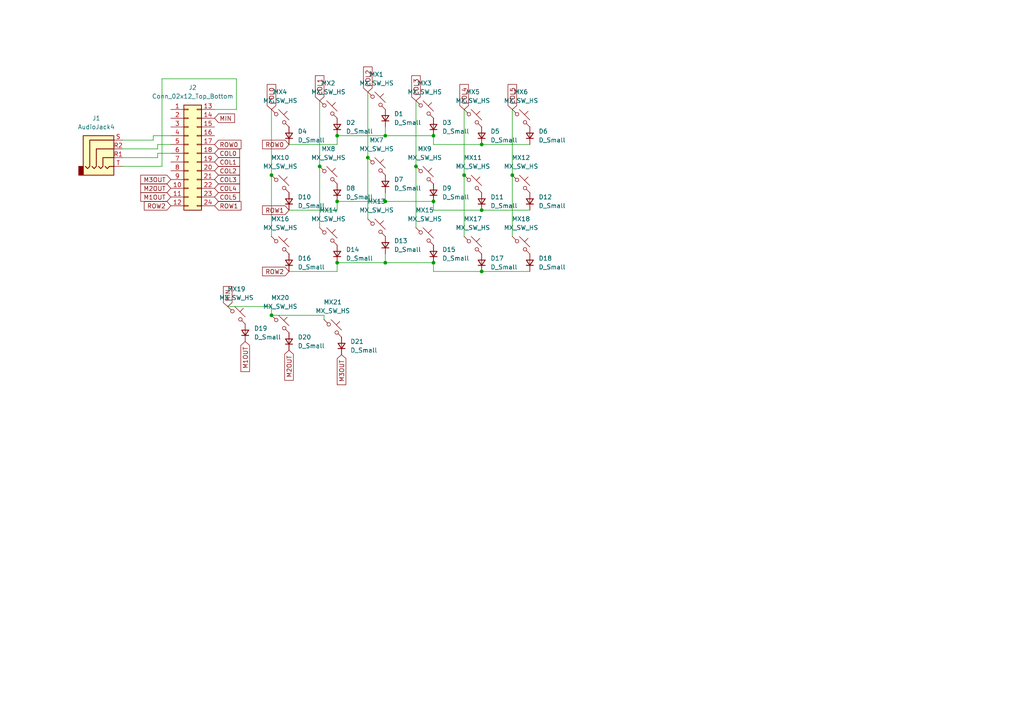
<source format=kicad_sch>
(kicad_sch (version 20231120) (generator "eeschema") (generator_version "8.0")
  (paper "A4")
  (lib_symbols
    (symbol "Connector_Audio:AudioJack4"
      (property "Reference" "J" (at 0 8.89 0))
      (property "Value" "AudioJack4" (at 0 6.35 0))
      (symbol "AudioJack4_0_1"
        (rectangle (start -6.35 -5.08) (end -7.62 -7.62) (stroke (width 0.254)) (fill (type outline)))
        (polyline (pts (xy 0 -5.08) (xy 0.635 -5.715) (xy 1.27 -5.08) (xy 2.54 -5.08)) (stroke (width 0.254)))
        (polyline (pts (xy -5.715 -5.08) (xy -5.08 -5.715) (xy -4.445 -5.08) (xy -4.445 2.54) (xy 2.54 2.54)) (stroke (width 0.254)))
        (polyline (pts (xy -1.905 -5.08) (xy -1.27 -5.715) (xy -0.635 -5.08) (xy -0.635 -2.54) (xy 2.54 -2.54)) (stroke (width 0.254)))
        (polyline (pts (xy 2.54 0) (xy -2.54 0) (xy -2.54 -5.08) (xy -3.175 -5.715) (xy -3.81 -5.08)) (stroke (width 0.254)))
        (rectangle (start 2.54 3.81) (end -6.35 -7.62) (stroke (width 0.254)) (fill (type background)))
      )
      (symbol "AudioJack4_1_1"
        (pin passive line (at 5.08 -2.54 180) (length 2.54) (name "~") (number "R1"))
        (pin passive line (at 5.08 0 180) (length 2.54) (name "~") (number "R2"))
        (pin passive line (at 5.08 2.54 180) (length 2.54) (name "~") (number "S"))
        (pin passive line (at 5.08 -5.08 180) (length 2.54) (name "~") (number "T"))
      )
    )
    (symbol "Connector_Generic:Conn_02x12_Top_Bottom" (pin_names (offset 1.016) hide)
      (property "Reference" "J" (at 1.27 15.24 0))
      (property "Value" "Conn_02x12_Top_Bottom" (at 1.27 -17.78 0))
      (symbol "Conn_02x12_Top_Bottom_1_1"
        (rectangle (start -1.27 -15.113) (end 0 -15.367) (stroke (width 0.1524)))
        (rectangle (start -1.27 -12.573) (end 0 -12.827) (stroke (width 0.1524)))
        (rectangle (start -1.27 -10.033) (end 0 -10.287) (stroke (width 0.1524)))
        (rectangle (start -1.27 -7.493) (end 0 -7.747) (stroke (width 0.1524)))
        (rectangle (start -1.27 -4.953) (end 0 -5.207) (stroke (width 0.1524)))
        (rectangle (start -1.27 -2.413) (end 0 -2.667) (stroke (width 0.1524)))
        (rectangle (start -1.27 0.127) (end 0 -0.127) (stroke (width 0.1524)))
        (rectangle (start -1.27 2.667) (end 0 2.413) (stroke (width 0.1524)))
        (rectangle (start -1.27 5.207) (end 0 4.953) (stroke (width 0.1524)))
        (rectangle (start -1.27 7.747) (end 0 7.493) (stroke (width 0.1524)))
        (rectangle (start -1.27 10.287) (end 0 10.033) (stroke (width 0.1524)))
        (rectangle (start -1.27 12.827) (end 0 12.573) (stroke (width 0.1524)))
        (rectangle (start -1.27 13.97) (end 3.81 -16.51) (stroke (width 0.254)) (fill (type background)))
        (rectangle (start 3.81 -15.113) (end 2.54 -15.367) (stroke (width 0.1524)))
        (rectangle (start 3.81 -12.573) (end 2.54 -12.827) (stroke (width 0.1524)))
        (rectangle (start 3.81 -10.033) (end 2.54 -10.287) (stroke (width 0.1524)))
        (rectangle (start 3.81 -7.493) (end 2.54 -7.747) (stroke (width 0.1524)))
        (rectangle (start 3.81 -4.953) (end 2.54 -5.207) (stroke (width 0.1524)))
        (rectangle (start 3.81 -2.413) (end 2.54 -2.667) (stroke (width 0.1524)))
        (rectangle (start 3.81 0.127) (end 2.54 -0.127) (stroke (width 0.1524)))
        (rectangle (start 3.81 2.667) (end 2.54 2.413) (stroke (width 0.1524)))
        (rectangle (start 3.81 5.207) (end 2.54 4.953) (stroke (width 0.1524)))
        (rectangle (start 3.81 7.747) (end 2.54 7.493) (stroke (width 0.1524)))
        (rectangle (start 3.81 10.287) (end 2.54 10.033) (stroke (width 0.1524)))
        (rectangle (start 3.81 12.827) (end 2.54 12.573) (stroke (width 0.1524)))
        (pin passive line (at -5.08 12.7 0) (length 3.81) (name "Pin_1") (number "1"))
        (pin passive line (at -5.08 -10.16 0) (length 3.81) (name "Pin_10") (number "10"))
        (pin passive line (at -5.08 -12.7 0) (length 3.81) (name "Pin_11") (number "11"))
        (pin passive line (at -5.08 -15.24 0) (length 3.81) (name "Pin_12") (number "12"))
        (pin passive line (at 7.62 12.7 180) (length 3.81) (name "Pin_13") (number "13"))
        (pin passive line (at 7.62 10.16 180) (length 3.81) (name "Pin_14") (number "14"))
        (pin passive line (at 7.62 7.62 180) (length 3.81) (name "Pin_15") (number "15"))
        (pin passive line (at 7.62 5.08 180) (length 3.81) (name "Pin_16") (number "16"))
        (pin passive line (at 7.62 2.54 180) (length 3.81) (name "Pin_17") (number "17"))
        (pin passive line (at 7.62 0 180) (length 3.81) (name "Pin_18") (number "18"))
        (pin passive line (at 7.62 -2.54 180) (length 3.81) (name "Pin_19") (number "19"))
        (pin passive line (at -5.08 10.16 0) (length 3.81) (name "Pin_2") (number "2"))
        (pin passive line (at 7.62 -5.08 180) (length 3.81) (name "Pin_20") (number "20"))
        (pin passive line (at 7.62 -7.62 180) (length 3.81) (name "Pin_21") (number "21"))
        (pin passive line (at 7.62 -10.16 180) (length 3.81) (name "Pin_22") (number "22"))
        (pin passive line (at 7.62 -12.7 180) (length 3.81) (name "Pin_23") (number "23"))
        (pin passive line (at 7.62 -15.24 180) (length 3.81) (name "Pin_24") (number "24"))
        (pin passive line (at -5.08 7.62 0) (length 3.81) (name "Pin_3") (number "3"))
        (pin passive line (at -5.08 5.08 0) (length 3.81) (name "Pin_4") (number "4"))
        (pin passive line (at -5.08 2.54 0) (length 3.81) (name "Pin_5") (number "5"))
        (pin passive line (at -5.08 0 0) (length 3.81) (name "Pin_6") (number "6"))
        (pin passive line (at -5.08 -2.54 0) (length 3.81) (name "Pin_7") (number "7"))
        (pin passive line (at -5.08 -5.08 0) (length 3.81) (name "Pin_8") (number "8"))
        (pin passive line (at -5.08 -7.62 0) (length 3.81) (name "Pin_9") (number "9"))
      )
    )
    (symbol "Device:D_Small" (pin_numbers hide) (pin_names (offset 0.254) hide)
      (property "Reference" "D" (at -1.27 2.032 0))
      (property "Value" "D_Small" (at -3.81 -2.032 0))
      (symbol "D_Small_0_1"
        (polyline (pts (xy -0.762 -1.016) (xy -0.762 1.016)) (stroke (width 0.254)))
        (polyline (pts (xy -0.762 0) (xy 0.762 0)))
        (polyline (pts (xy 0.762 -1.016) (xy -0.762 0) (xy 0.762 1.016) (xy 0.762 -1.016)) (stroke (width 0.254)))
      )
      (symbol "D_Small_1_1"
        (pin passive line (at -2.54 0 0) (length 1.778) (name "K") (number "1"))
        (pin passive line (at 2.54 0 180) (length 1.778) (name "A") (number "2"))
      )
    )
    (symbol "PCM_marbastlib-mx:MX_SW_HS_CPG151101S11" (pin_numbers hide) (pin_names (offset 1.016) hide)
      (property "Reference" "MX" (at 3.048 1.016 0))
      (property "Value" "MX_SW_HS" (at 0 -3.81 0))
      (symbol "MX_SW_HS_CPG151101S11_0_1"
        (circle (center -1.1684 1.1684) (radius 0.508))
        (polyline (pts (xy -0.508 2.54) (xy 2.54 -0.508)))
        (polyline (pts (xy 1.016 1.016) (xy 2.032 2.032)))
        (polyline (pts (xy -2.54 2.54) (xy -1.524 1.524) (xy -1.524 1.524)))
        (polyline (pts (xy 1.524 -1.524) (xy 2.54 -2.54) (xy 2.54 -2.54) (xy 2.54 -2.54)))
        (circle (center 1.143 -1.1938) (radius 0.508))
        (pin passive line (at -2.54 2.54 0) (length 0) (name "1") (number "1"))
        (pin passive line (at 2.54 -2.54 180) (length 0) (name "2") (number "2"))
      )
    )
  )
  (junction (at 139.7 60.96))
  (junction (at 97.79 39.37))
  (junction (at 134.62 50.8))
  (junction (at 125.73 58.42))
  (junction (at 139.7 78.74))
  (junction (at 78.74 91.44))
  (junction (at 111.76 39.37))
  (junction (at 97.79 58.42))
  (junction (at 92.71 48.26))
  (junction (at 78.74 50.8))
  (junction (at 139.7 41.91))
  (junction (at 125.73 76.2))
  (junction (at 106.68 45.72))
  (junction (at 148.59 50.8))
  (junction (at 97.79 76.2))
  (junction (at 111.76 58.42))
  (junction (at 125.73 39.37))
  (junction (at 120.65 48.26))
  (junction (at 111.76 76.2))
  (wire (pts (xy 45.72 43.18) (xy 45.72 41.91)))
  (wire (pts (xy 78.74 88.9) (xy 78.74 91.44)))
  (wire (pts (xy 125.73 78.74) (xy 125.73 76.2)))
  (wire (pts (xy 35.56 43.18) (xy 45.72 43.18)))
  (wire (pts (xy 97.79 41.91) (xy 83.82 41.91)))
  (wire (pts (xy 45.72 44.45) (xy 49.53 44.45)))
  (wire (pts (xy 111.76 76.2) (xy 125.73 76.2)))
  (wire (pts (xy 44.45 40.64) (xy 44.45 39.37)))
  (wire (pts (xy 35.56 45.72) (xy 45.72 45.72)))
  (wire (pts (xy 148.59 31.75) (xy 148.59 50.8)))
  (wire (pts (xy 44.45 39.37) (xy 49.53 39.37)))
  (wire (pts (xy 97.79 39.37) (xy 111.76 39.37)))
  (wire (pts (xy 139.7 41.91) (xy 125.73 41.91)))
  (wire (pts (xy 125.73 60.96) (xy 125.73 58.42)))
  (wire (pts (xy 92.71 29.21) (xy 92.71 48.26)))
  (wire (pts (xy 92.71 48.26) (xy 92.71 66.04)))
  (wire (pts (xy 66.04 88.9) (xy 78.74 88.9)))
  (wire (pts (xy 125.73 41.91) (xy 125.73 39.37)))
  (wire (pts (xy 139.7 78.74) (xy 153.67 78.74)))
  (wire (pts (xy 97.79 39.37) (xy 97.79 41.91)))
  (wire (pts (xy 97.79 76.2) (xy 97.79 78.74)))
  (wire (pts (xy 139.7 60.96) (xy 125.73 60.96)))
  (wire (pts (xy 35.56 40.64) (xy 44.45 40.64)))
  (wire (pts (xy 35.56 48.26) (xy 46.99 48.26)))
  (wire (pts (xy 46.99 22.86) (xy 68.58 22.86)))
  (wire (pts (xy 139.7 41.91) (xy 153.67 41.91)))
  (wire (pts (xy 97.79 78.74) (xy 83.82 78.74)))
  (wire (pts (xy 106.68 45.72) (xy 106.68 63.5)))
  (wire (pts (xy 46.99 48.26) (xy 46.99 22.86)))
  (wire (pts (xy 78.74 31.75) (xy 78.74 50.8)))
  (wire (pts (xy 106.68 26.67) (xy 106.68 45.72)))
  (wire (pts (xy 139.7 60.96) (xy 153.67 60.96)))
  (wire (pts (xy 78.74 91.44) (xy 93.98 91.44)))
  (wire (pts (xy 78.74 50.8) (xy 78.74 68.58)))
  (wire (pts (xy 93.98 91.44) (xy 93.98 92.71)))
  (wire (pts (xy 134.62 31.75) (xy 134.62 50.8)))
  (wire (pts (xy 111.76 76.2) (xy 97.79 76.2)))
  (wire (pts (xy 111.76 73.66) (xy 111.76 76.2)))
  (wire (pts (xy 125.73 39.37) (xy 111.76 39.37)))
  (wire (pts (xy 139.7 78.74) (xy 125.73 78.74)))
  (wire (pts (xy 134.62 50.8) (xy 134.62 68.58)))
  (wire (pts (xy 125.73 58.42) (xy 111.76 58.42)))
  (wire (pts (xy 83.82 60.96) (xy 97.79 60.96)))
  (wire (pts (xy 97.79 58.42) (xy 97.79 60.96)))
  (wire (pts (xy 68.58 31.75) (xy 62.23 31.75)))
  (wire (pts (xy 45.72 41.91) (xy 49.53 41.91)))
  (wire (pts (xy 148.59 50.8) (xy 148.59 68.58)))
  (wire (pts (xy 97.79 58.42) (xy 111.76 58.42)))
  (wire (pts (xy 120.65 48.26) (xy 120.65 66.04)))
  (wire (pts (xy 120.65 29.21) (xy 120.65 48.26)))
  (wire (pts (xy 45.72 45.72) (xy 45.72 44.45)))
  (wire (pts (xy 68.58 22.86) (xy 68.58 31.75)))
  (wire (pts (xy 111.76 39.37) (xy 111.76 36.83)))
  (wire (pts (xy 111.76 58.42) (xy 111.76 55.88)))
  (global_label "ROW1" (shape input) (at 83.82 60.96 180) (property "Intersheetrefs" "${INTERSHEET_REFS}" (effects (hide yes))))
  (global_label "COL3" (shape input) (at 62.23 52.07 0) (property "Intersheetrefs" "${INTERSHEET_REFS}" (effects (hide yes))))
  (global_label "COL1" (shape input) (at 92.71 29.21 90) (property "Intersheetrefs" "${INTERSHEET_REFS}" (effects (hide yes))))
  (global_label "M2OUT" (shape input) (at 49.53 54.61 180) (property "Intersheetrefs" "${INTERSHEET_REFS}" (effects (hide yes))))
  (global_label "MIN" (shape input) (at 62.23 34.29 0) (property "Intersheetrefs" "${INTERSHEET_REFS}" (effects (hide yes))))
  (global_label "M2OUT" (shape input) (at 83.82 101.6 270) (property "Intersheetrefs" "${INTERSHEET_REFS}" (effects (hide yes))))
  (global_label "COL5" (shape input) (at 148.59 31.75 90) (property "Intersheetrefs" "${INTERSHEET_REFS}" (effects (hide yes))))
  (global_label "ROW0" (shape input) (at 62.23 41.91 0) (property "Intersheetrefs" "${INTERSHEET_REFS}" (effects (hide yes))))
  (global_label "MIN" (shape input) (at 66.04 88.9 90) (property "Intersheetrefs" "${INTERSHEET_REFS}" (effects (hide yes))))
  (global_label "COL5" (shape input) (at 62.23 57.15 0) (property "Intersheetrefs" "${INTERSHEET_REFS}" (effects (hide yes))))
  (global_label "COL0" (shape input) (at 78.74 31.75 90) (property "Intersheetrefs" "${INTERSHEET_REFS}" (effects (hide yes))))
  (global_label "M3OUT" (shape input) (at 99.06 102.87 270) (property "Intersheetrefs" "${INTERSHEET_REFS}" (effects (hide yes))))
  (global_label "ROW1" (shape input) (at 62.23 59.69 0) (property "Intersheetrefs" "${INTERSHEET_REFS}" (effects (hide yes))))
  (global_label "M3OUT" (shape input) (at 49.53 52.07 180) (property "Intersheetrefs" "${INTERSHEET_REFS}" (effects (hide yes))))
  (global_label "COL2" (shape input) (at 62.23 49.53 0) (property "Intersheetrefs" "${INTERSHEET_REFS}" (effects (hide yes))))
  (global_label "ROW0" (shape input) (at 83.82 41.91 180) (property "Intersheetrefs" "${INTERSHEET_REFS}" (effects (hide yes))))
  (global_label "COL1" (shape input) (at 62.23 46.99 0) (property "Intersheetrefs" "${INTERSHEET_REFS}" (effects (hide yes))))
  (global_label "COL4" (shape input) (at 134.62 31.75 90) (property "Intersheetrefs" "${INTERSHEET_REFS}" (effects (hide yes))))
  (global_label "M1OUT" (shape input) (at 71.12 99.06 270) (property "Intersheetrefs" "${INTERSHEET_REFS}" (effects (hide yes))))
  (global_label "COL3" (shape input) (at 120.65 29.21 90) (property "Intersheetrefs" "${INTERSHEET_REFS}" (effects (hide yes))))
  (global_label "COL4" (shape input) (at 62.23 54.61 0) (property "Intersheetrefs" "${INTERSHEET_REFS}" (effects (hide yes))))
  (global_label "COL0" (shape input) (at 62.23 44.45 0) (property "Intersheetrefs" "${INTERSHEET_REFS}" (effects (hide yes))))
  (global_label "COL2" (shape input) (at 106.68 26.67 90) (property "Intersheetrefs" "${INTERSHEET_REFS}" (effects (hide yes))))
  (global_label "M1OUT" (shape input) (at 49.53 57.15 180) (property "Intersheetrefs" "${INTERSHEET_REFS}" (effects (hide yes))))
  (global_label "ROW2" (shape input) (at 83.82 78.74 180) (property "Intersheetrefs" "${INTERSHEET_REFS}" (effects (hide yes))))
  (global_label "ROW2" (shape input) (at 49.53 59.69 180) (property "Intersheetrefs" "${INTERSHEET_REFS}" (effects (hide yes))))
  (symbol (lib_id "Device:D_Small") (at 139.7 39.37 90) (unit 1)
    (property "Reference" "D5" (at 142.24 38.0999 90) (effects (justify right)))
    (property "Value" "D_Small" (at 142.24 40.6399 90) (effects (justify right)))
    (property "Footprint" "Diode_SMD:D_SOD-123" (effects (hide yes)))
    (property "Description" "Diode, small symbol" (effects (hide yes)))
    (property "Sim.Device" "D" (effects (hide yes)))
    (property "Sim.Pins" "1=K 2=A" (effects (hide yes)))
  )
  (symbol (lib_id "PCM_marbastlib-mx:MX_SW_HS_CPG151101S11") (at 123.19 50.8 0) (unit 1)
    (property "Reference" "MX9" (at 123.19 43.18 0))
    (property "Value" "MX_SW_HS" (at 123.19 45.72 0))
    (property "Footprint" "PCM_marbastlib-mx:SW_MX_HS_CPG151101S11_1u" (effects (hide yes)))
    (property "Description" "Push button switch, normally open, two pins, 45° tilted, Kailh CPG151101S11 for Cherry MX style switches" (effects (hide yes)))
  )
  (symbol (lib_id "PCM_marbastlib-mx:MX_SW_HS_CPG151101S11") (at 81.28 34.29 0) (unit 1)
    (property "Reference" "MX4" (at 81.28 26.67 0))
    (property "Value" "MX_SW_HS" (at 81.28 29.21 0))
    (property "Footprint" "PCM_marbastlib-mx:SW_MX_HS_CPG151101S11_1u" (effects (hide yes)))
    (property "Description" "Push button switch, normally open, two pins, 45° tilted, Kailh CPG151101S11 for Cherry MX style switches" (effects (hide yes)))
  )
  (symbol (lib_id "PCM_marbastlib-mx:MX_SW_HS_CPG151101S11") (at 137.16 71.12 0) (unit 1)
    (property "Reference" "MX17" (at 137.16 63.5 0))
    (property "Value" "MX_SW_HS" (at 137.16 66.04 0))
    (property "Footprint" "PCM_marbastlib-mx:SW_MX_HS_CPG151101S11_1u" (effects (hide yes)))
    (property "Description" "Push button switch, normally open, two pins, 45° tilted, Kailh CPG151101S11 for Cherry MX style switches" (effects (hide yes)))
  )
  (symbol (lib_id "Device:D_Small") (at 125.73 73.66 90) (unit 1)
    (property "Reference" "D15" (at 128.27 72.3899 90) (effects (justify right)))
    (property "Value" "D_Small" (at 128.27 74.9299 90) (effects (justify right)))
    (property "Footprint" "Diode_SMD:D_SOD-123" (effects (hide yes)))
    (property "Description" "Diode, small symbol" (effects (hide yes)))
    (property "Sim.Device" "D" (effects (hide yes)))
    (property "Sim.Pins" "1=K 2=A" (effects (hide yes)))
  )
  (symbol (lib_id "Device:D_Small") (at 153.67 58.42 90) (unit 1)
    (property "Reference" "D12" (at 156.21 57.1499 90) (effects (justify right)))
    (property "Value" "D_Small" (at 156.21 59.6899 90) (effects (justify right)))
    (property "Footprint" "Diode_SMD:D_SOD-123" (effects (hide yes)))
    (property "Description" "Diode, small symbol" (effects (hide yes)))
    (property "Sim.Device" "D" (effects (hide yes)))
    (property "Sim.Pins" "1=K 2=A" (effects (hide yes)))
  )
  (symbol (lib_id "PCM_marbastlib-mx:MX_SW_HS_CPG151101S11") (at 109.22 66.04 0) (unit 1)
    (property "Reference" "MX13" (at 109.22 58.42 0))
    (property "Value" "MX_SW_HS" (at 109.22 60.96 0))
    (property "Footprint" "PCM_marbastlib-mx:SW_MX_HS_CPG151101S11_1u" (effects (hide yes)))
    (property "Description" "Push button switch, normally open, two pins, 45° tilted, Kailh CPG151101S11 for Cherry MX style switches" (effects (hide yes)))
  )
  (symbol (lib_id "Device:D_Small") (at 111.76 34.29 90) (unit 1)
    (property "Reference" "D1" (at 114.3 33.0199 90) (effects (justify right)))
    (property "Value" "D_Small" (at 114.3 35.5599 90) (effects (justify right)))
    (property "Footprint" "Diode_SMD:D_SOD-123" (effects (hide yes)))
    (property "Description" "Diode, small symbol" (effects (hide yes)))
    (property "Sim.Device" "D" (effects (hide yes)))
    (property "Sim.Pins" "1=K 2=A" (effects (hide yes)))
  )
  (symbol (lib_id "PCM_marbastlib-mx:MX_SW_HS_CPG151101S11") (at 123.19 68.58 0) (unit 1)
    (property "Reference" "MX15" (at 123.19 60.96 0))
    (property "Value" "MX_SW_HS" (at 123.19 63.5 0))
    (property "Footprint" "PCM_marbastlib-mx:SW_MX_HS_CPG151101S11_1u" (effects (hide yes)))
    (property "Description" "Push button switch, normally open, two pins, 45° tilted, Kailh CPG151101S11 for Cherry MX style switches" (effects (hide yes)))
  )
  (symbol (lib_id "Device:D_Small") (at 97.79 36.83 90) (unit 1)
    (property "Reference" "D2" (at 100.33 35.5599 90) (effects (justify right)))
    (property "Value" "D_Small" (at 100.33 38.0999 90) (effects (justify right)))
    (property "Footprint" "Diode_SMD:D_SOD-123" (effects (hide yes)))
    (property "Description" "Diode, small symbol" (effects (hide yes)))
    (property "Sim.Device" "D" (effects (hide yes)))
    (property "Sim.Pins" "1=K 2=A" (effects (hide yes)))
  )
  (symbol (lib_id "PCM_marbastlib-mx:MX_SW_HS_CPG151101S11") (at 151.13 34.29 0) (unit 1)
    (property "Reference" "MX6" (at 151.13 26.67 0))
    (property "Value" "MX_SW_HS" (at 151.13 29.21 0))
    (property "Footprint" "PCM_marbastlib-mx:SW_MX_HS_CPG151101S11_1u" (effects (hide yes)))
    (property "Description" "Push button switch, normally open, two pins, 45° tilted, Kailh CPG151101S11 for Cherry MX style switches" (effects (hide yes)))
  )
  (symbol (lib_id "Device:D_Small") (at 97.79 55.88 90) (unit 1)
    (property "Reference" "D8" (at 100.33 54.6099 90) (effects (justify right)))
    (property "Value" "D_Small" (at 100.33 57.1499 90) (effects (justify right)))
    (property "Footprint" "Diode_SMD:D_SOD-123" (effects (hide yes)))
    (property "Description" "Diode, small symbol" (effects (hide yes)))
    (property "Sim.Device" "D" (effects (hide yes)))
    (property "Sim.Pins" "1=K 2=A" (effects (hide yes)))
  )
  (symbol (lib_id "Device:D_Small") (at 83.82 39.37 90) (unit 1)
    (property "Reference" "D4" (at 86.36 38.0999 90) (effects (justify right)))
    (property "Value" "D_Small" (at 86.36 40.6399 90) (effects (justify right)))
    (property "Footprint" "Diode_SMD:D_SOD-123" (effects (hide yes)))
    (property "Description" "Diode, small symbol" (effects (hide yes)))
    (property "Sim.Device" "D" (effects (hide yes)))
    (property "Sim.Pins" "1=K 2=A" (effects (hide yes)))
  )
  (symbol (lib_id "PCM_marbastlib-mx:MX_SW_HS_CPG151101S11") (at 96.52 95.25 0) (unit 1)
    (property "Reference" "MX21" (at 96.52 87.63 0))
    (property "Value" "MX_SW_HS" (at 96.52 90.17 0))
    (property "Footprint" "PCM_marbastlib-mx:SW_MX_HS_CPG151101S11_1u" (effects (hide yes)))
    (property "Description" "Push button switch, normally open, two pins, 45° tilted, Kailh CPG151101S11 for Cherry MX style switches" (effects (hide yes)))
  )
  (symbol (lib_id "Device:D_Small") (at 153.67 39.37 90) (unit 1)
    (property "Reference" "D6" (at 156.21 38.0999 90) (effects (justify right)))
    (property "Value" "D_Small" (at 156.21 40.6399 90) (effects (justify right)))
    (property "Footprint" "Diode_SMD:D_SOD-123" (effects (hide yes)))
    (property "Description" "Diode, small symbol" (effects (hide yes)))
    (property "Sim.Device" "D" (effects (hide yes)))
    (property "Sim.Pins" "1=K 2=A" (effects (hide yes)))
  )
  (symbol (lib_id "Device:D_Small") (at 111.76 53.34 90) (unit 1)
    (property "Reference" "D7" (at 114.3 52.0699 90) (effects (justify right)))
    (property "Value" "D_Small" (at 114.3 54.6099 90) (effects (justify right)))
    (property "Footprint" "Diode_SMD:D_SOD-123" (effects (hide yes)))
    (property "Description" "Diode, small symbol" (effects (hide yes)))
    (property "Sim.Device" "D" (effects (hide yes)))
    (property "Sim.Pins" "1=K 2=A" (effects (hide yes)))
  )
  (symbol (lib_id "Device:D_Small") (at 97.79 73.66 90) (unit 1)
    (property "Reference" "D14" (at 100.33 72.3899 90) (effects (justify right)))
    (property "Value" "D_Small" (at 100.33 74.9299 90) (effects (justify right)))
    (property "Footprint" "Diode_SMD:D_SOD-123" (effects (hide yes)))
    (property "Description" "Diode, small symbol" (effects (hide yes)))
    (property "Sim.Device" "D" (effects (hide yes)))
    (property "Sim.Pins" "1=K 2=A" (effects (hide yes)))
  )
  (symbol (lib_id "PCM_marbastlib-mx:MX_SW_HS_CPG151101S11") (at 151.13 71.12 0) (unit 1)
    (property "Reference" "MX18" (at 151.13 63.5 0))
    (property "Value" "MX_SW_HS" (at 151.13 66.04 0))
    (property "Footprint" "PCM_marbastlib-mx:SW_MX_HS_CPG151101S11_1u" (effects (hide yes)))
    (property "Description" "Push button switch, normally open, two pins, 45° tilted, Kailh CPG151101S11 for Cherry MX style switches" (effects (hide yes)))
  )
  (symbol (lib_id "Device:D_Small") (at 125.73 55.88 90) (unit 1)
    (property "Reference" "D9" (at 128.27 54.6099 90) (effects (justify right)))
    (property "Value" "D_Small" (at 128.27 57.1499 90) (effects (justify right)))
    (property "Footprint" "Diode_SMD:D_SOD-123" (effects (hide yes)))
    (property "Description" "Diode, small symbol" (effects (hide yes)))
    (property "Sim.Device" "D" (effects (hide yes)))
    (property "Sim.Pins" "1=K 2=A" (effects (hide yes)))
  )
  (symbol (lib_id "PCM_marbastlib-mx:MX_SW_HS_CPG151101S11") (at 81.28 93.98 0) (unit 1)
    (property "Reference" "MX20" (at 81.28 86.36 0))
    (property "Value" "MX_SW_HS" (at 81.28 88.9 0))
    (property "Footprint" "PCM_marbastlib-mx:SW_MX_HS_CPG151101S11_1u" (effects (hide yes)))
    (property "Description" "Push button switch, normally open, two pins, 45° tilted, Kailh CPG151101S11 for Cherry MX style switches" (effects (hide yes)))
  )
  (symbol (lib_id "PCM_marbastlib-mx:MX_SW_HS_CPG151101S11") (at 81.28 71.12 0) (unit 1)
    (property "Reference" "MX16" (at 81.28 63.5 0))
    (property "Value" "MX_SW_HS" (at 81.28 66.04 0))
    (property "Footprint" "PCM_marbastlib-mx:SW_MX_HS_CPG151101S11_1u" (effects (hide yes)))
    (property "Description" "Push button switch, normally open, two pins, 45° tilted, Kailh CPG151101S11 for Cherry MX style switches" (effects (hide yes)))
  )
  (symbol (lib_id "Device:D_Small") (at 153.67 76.2 90) (unit 1)
    (property "Reference" "D18" (at 156.21 74.9299 90) (effects (justify right)))
    (property "Value" "D_Small" (at 156.21 77.4699 90) (effects (justify right)))
    (property "Footprint" "Diode_SMD:D_SOD-123" (effects (hide yes)))
    (property "Description" "Diode, small symbol" (effects (hide yes)))
    (property "Sim.Device" "D" (effects (hide yes)))
    (property "Sim.Pins" "1=K 2=A" (effects (hide yes)))
  )
  (symbol (lib_id "PCM_marbastlib-mx:MX_SW_HS_CPG151101S11") (at 151.13 53.34 0) (unit 1)
    (property "Reference" "MX12" (at 151.13 45.72 0))
    (property "Value" "MX_SW_HS" (at 151.13 48.26 0))
    (property "Footprint" "PCM_marbastlib-mx:SW_MX_HS_CPG151101S11_1u" (effects (hide yes)))
    (property "Description" "Push button switch, normally open, two pins, 45° tilted, Kailh CPG151101S11 for Cherry MX style switches" (effects (hide yes)))
  )
  (symbol (lib_id "Device:D_Small") (at 83.82 58.42 90) (unit 1)
    (property "Reference" "D10" (at 86.36 57.1499 90) (effects (justify right)))
    (property "Value" "D_Small" (at 86.36 59.6899 90) (effects (justify right)))
    (property "Footprint" "Diode_SMD:D_SOD-123" (effects (hide yes)))
    (property "Description" "Diode, small symbol" (effects (hide yes)))
    (property "Sim.Device" "D" (effects (hide yes)))
    (property "Sim.Pins" "1=K 2=A" (effects (hide yes)))
  )
  (symbol (lib_id "Device:D_Small") (at 83.82 76.2 90) (unit 1)
    (property "Reference" "D16" (at 86.36 74.9299 90) (effects (justify right)))
    (property "Value" "D_Small" (at 86.36 77.4699 90) (effects (justify right)))
    (property "Footprint" "Diode_SMD:D_SOD-123" (effects (hide yes)))
    (property "Description" "Diode, small symbol" (effects (hide yes)))
    (property "Sim.Device" "D" (effects (hide yes)))
    (property "Sim.Pins" "1=K 2=A" (effects (hide yes)))
  )
  (symbol (lib_id "PCM_marbastlib-mx:MX_SW_HS_CPG151101S11") (at 137.16 34.29 0) (unit 1)
    (property "Reference" "MX5" (at 137.16 26.67 0))
    (property "Value" "MX_SW_HS" (at 137.16 29.21 0))
    (property "Footprint" "PCM_marbastlib-mx:SW_MX_HS_CPG151101S11_1u" (effects (hide yes)))
    (property "Description" "Push button switch, normally open, two pins, 45° tilted, Kailh CPG151101S11 for Cherry MX style switches" (effects (hide yes)))
  )
  (symbol (lib_id "Device:D_Small") (at 139.7 76.2 90) (unit 1)
    (property "Reference" "D17" (at 142.24 74.9299 90) (effects (justify right)))
    (property "Value" "D_Small" (at 142.24 77.4699 90) (effects (justify right)))
    (property "Footprint" "Diode_SMD:D_SOD-123" (effects (hide yes)))
    (property "Description" "Diode, small symbol" (effects (hide yes)))
    (property "Sim.Device" "D" (effects (hide yes)))
    (property "Sim.Pins" "1=K 2=A" (effects (hide yes)))
  )
  (symbol (lib_id "PCM_marbastlib-mx:MX_SW_HS_CPG151101S11") (at 95.25 68.58 0) (unit 1)
    (property "Reference" "MX14" (at 95.25 60.96 0))
    (property "Value" "MX_SW_HS" (at 95.25 63.5 0))
    (property "Footprint" "PCM_marbastlib-mx:SW_MX_HS_CPG151101S11_1u" (effects (hide yes)))
    (property "Description" "Push button switch, normally open, two pins, 45° tilted, Kailh CPG151101S11 for Cherry MX style switches" (effects (hide yes)))
  )
  (symbol (lib_id "Device:D_Small") (at 111.76 71.12 90) (unit 1)
    (property "Reference" "D13" (at 114.3 69.8499 90) (effects (justify right)))
    (property "Value" "D_Small" (at 114.3 72.3899 90) (effects (justify right)))
    (property "Footprint" "Diode_SMD:D_SOD-123" (effects (hide yes)))
    (property "Description" "Diode, small symbol" (effects (hide yes)))
    (property "Sim.Device" "D" (effects (hide yes)))
    (property "Sim.Pins" "1=K 2=A" (effects (hide yes)))
  )
  (symbol (lib_id "Device:D_Small") (at 99.06 100.33 90) (unit 1)
    (property "Reference" "D21" (at 101.6 99.0599 90) (effects (justify right)))
    (property "Value" "D_Small" (at 101.6 101.5999 90) (effects (justify right)))
    (property "Footprint" "Diode_SMD:D_SOD-123" (effects (hide yes)))
    (property "Description" "Diode, small symbol" (effects (hide yes)))
    (property "Sim.Device" "D" (effects (hide yes)))
    (property "Sim.Pins" "1=K 2=A" (effects (hide yes)))
  )
  (symbol (lib_id "PCM_marbastlib-mx:MX_SW_HS_CPG151101S11") (at 123.19 31.75 0) (unit 1)
    (property "Reference" "MX3" (at 123.19 24.13 0))
    (property "Value" "MX_SW_HS" (at 123.19 26.67 0))
    (property "Footprint" "PCM_marbastlib-mx:SW_MX_HS_CPG151101S11_1u" (effects (hide yes)))
    (property "Description" "Push button switch, normally open, two pins, 45° tilted, Kailh CPG151101S11 for Cherry MX style switches" (effects (hide yes)))
  )
  (symbol (lib_id "PCM_marbastlib-mx:MX_SW_HS_CPG151101S11") (at 68.58 91.44 0) (unit 1)
    (property "Reference" "MX19" (at 68.58 83.82 0))
    (property "Value" "MX_SW_HS" (at 68.58 86.36 0))
    (property "Footprint" "PCM_marbastlib-mx:SW_MX_HS_CPG151101S11_1u" (effects (hide yes)))
    (property "Description" "Push button switch, normally open, two pins, 45° tilted, Kailh CPG151101S11 for Cherry MX style switches" (effects (hide yes)))
  )
  (symbol (lib_id "PCM_marbastlib-mx:MX_SW_HS_CPG151101S11") (at 95.25 50.8 0) (unit 1)
    (property "Reference" "MX8" (at 95.25 43.18 0))
    (property "Value" "MX_SW_HS" (at 95.25 45.72 0))
    (property "Footprint" "PCM_marbastlib-mx:SW_MX_HS_CPG151101S11_1u" (effects (hide yes)))
    (property "Description" "Push button switch, normally open, two pins, 45° tilted, Kailh CPG151101S11 for Cherry MX style switches" (effects (hide yes)))
  )
  (symbol (lib_id "Device:D_Small") (at 125.73 36.83 90) (unit 1)
    (property "Reference" "D3" (at 128.27 35.5599 90) (effects (justify right)))
    (property "Value" "D_Small" (at 128.27 38.0999 90) (effects (justify right)))
    (property "Footprint" "Diode_SMD:D_SOD-123" (effects (hide yes)))
    (property "Description" "Diode, small symbol" (effects (hide yes)))
    (property "Sim.Device" "D" (effects (hide yes)))
    (property "Sim.Pins" "1=K 2=A" (effects (hide yes)))
  )
  (symbol (lib_id "PCM_marbastlib-mx:MX_SW_HS_CPG151101S11") (at 109.22 48.26 0) (unit 1)
    (property "Reference" "MX7" (at 109.22 40.64 0))
    (property "Value" "MX_SW_HS" (at 109.22 43.18 0))
    (property "Footprint" "PCM_marbastlib-mx:SW_MX_HS_CPG151101S11_1u" (effects (hide yes)))
    (property "Description" "Push button switch, normally open, two pins, 45° tilted, Kailh CPG151101S11 for Cherry MX style switches" (effects (hide yes)))
  )
  (symbol (lib_id "Device:D_Small") (at 139.7 58.42 90) (unit 1)
    (property "Reference" "D11" (at 142.24 57.1499 90) (effects (justify right)))
    (property "Value" "D_Small" (at 142.24 59.6899 90) (effects (justify right)))
    (property "Footprint" "Diode_SMD:D_SOD-123" (effects (hide yes)))
    (property "Description" "Diode, small symbol" (effects (hide yes)))
    (property "Sim.Device" "D" (effects (hide yes)))
    (property "Sim.Pins" "1=K 2=A" (effects (hide yes)))
  )
  (symbol (lib_id "Device:D_Small") (at 83.82 99.06 90) (unit 1)
    (property "Reference" "D20" (at 86.36 97.7899 90) (effects (justify right)))
    (property "Value" "D_Small" (at 86.36 100.3299 90) (effects (justify right)))
    (property "Footprint" "Diode_SMD:D_SOD-123" (effects (hide yes)))
    (property "Description" "Diode, small symbol" (effects (hide yes)))
    (property "Sim.Device" "D" (effects (hide yes)))
    (property "Sim.Pins" "1=K 2=A" (effects (hide yes)))
  )
  (symbol (lib_id "Connector_Audio:AudioJack4") (at 30.48 43.18 0) (unit 1)
    (property "Reference" "J1" (at 27.94 34.29 0))
    (property "Value" "AudioJack4" (at 27.94 36.83 0))
    (property "Footprint" "Connector_Audio:Jack_3.5mm_KoreanHropartsElec_PJ-320D-4A_Horizontal" (effects (hide yes)))
    (property "Description" "Audio Jack, 4 Poles (TRRS)" (effects (hide yes)))
  )
  (symbol (lib_id "PCM_marbastlib-mx:MX_SW_HS_CPG151101S11") (at 95.25 31.75 0) (unit 1)
    (property "Reference" "MX2" (at 95.25 24.13 0))
    (property "Value" "MX_SW_HS" (at 95.25 26.67 0))
    (property "Footprint" "PCM_marbastlib-mx:SW_MX_HS_CPG151101S11_1u" (effects (hide yes)))
    (property "Description" "Push button switch, normally open, two pins, 45° tilted, Kailh CPG151101S11 for Cherry MX style switches" (effects (hide yes)))
  )
  (symbol (lib_id "PCM_marbastlib-mx:MX_SW_HS_CPG151101S11") (at 109.22 29.21 0) (unit 1)
    (property "Reference" "MX1" (at 109.22 21.59 0))
    (property "Value" "MX_SW_HS" (at 109.22 24.13 0))
    (property "Footprint" "PCM_marbastlib-mx:SW_MX_HS_CPG151101S11_1u" (effects (hide yes)))
    (property "Description" "Push button switch, normally open, two pins, 45° tilted, Kailh CPG151101S11 for Cherry MX style switches" (effects (hide yes)))
  )
  (symbol (lib_id "PCM_marbastlib-mx:MX_SW_HS_CPG151101S11") (at 137.16 53.34 0) (unit 1)
    (property "Reference" "MX11" (at 137.16 45.72 0))
    (property "Value" "MX_SW_HS" (at 137.16 48.26 0))
    (property "Footprint" "PCM_marbastlib-mx:SW_MX_HS_CPG151101S11_1u" (effects (hide yes)))
    (property "Description" "Push button switch, normally open, two pins, 45° tilted, Kailh CPG151101S11 for Cherry MX style switches" (effects (hide yes)))
  )
  (symbol (lib_id "Device:D_Small") (at 71.12 96.52 90) (unit 1)
    (property "Reference" "D19" (at 73.66 95.2499 90) (effects (justify right)))
    (property "Value" "D_Small" (at 73.66 97.7899 90) (effects (justify right)))
    (property "Footprint" "Diode_SMD:D_SOD-123" (effects (hide yes)))
    (property "Description" "Diode, small symbol" (effects (hide yes)))
    (property "Sim.Device" "D" (effects (hide yes)))
    (property "Sim.Pins" "1=K 2=A" (effects (hide yes)))
  )
  (symbol (lib_id "Connector_Generic:Conn_02x12_Top_Bottom") (at 54.61 44.45 0) (unit 1)
    (property "Reference" "J2" (at 55.88 25.4 0))
    (property "Value" "Conn_02x12_Top_Bottom" (at 55.88 27.94 0))
    (property "Footprint" "PCM_marbastlib-xp-promicroish:ProMicro_USBup" (effects (hide yes)))
    (property "Description" "Generic connector, double row, 02x12, top/bottom pin numbering scheme (row 1: 1...pins_per_row, row2: pins_per_row+1 ... num_pins), script generated (kicad-library-utils/schlib/autogen/connector/)" (effects (hide yes)))
  )
  (symbol (lib_id "PCM_marbastlib-mx:MX_SW_HS_CPG151101S11") (at 81.28 53.34 0) (unit 1)
    (property "Reference" "MX10" (at 81.28 45.72 0))
    (property "Value" "MX_SW_HS" (at 81.28 48.26 0))
    (property "Footprint" "PCM_marbastlib-mx:SW_MX_HS_CPG151101S11_1u" (effects (hide yes)))
    (property "Description" "Push button switch, normally open, two pins, 45° tilted, Kailh CPG151101S11 for Cherry MX style switches" (effects (hide yes)))
  )
)
</source>
